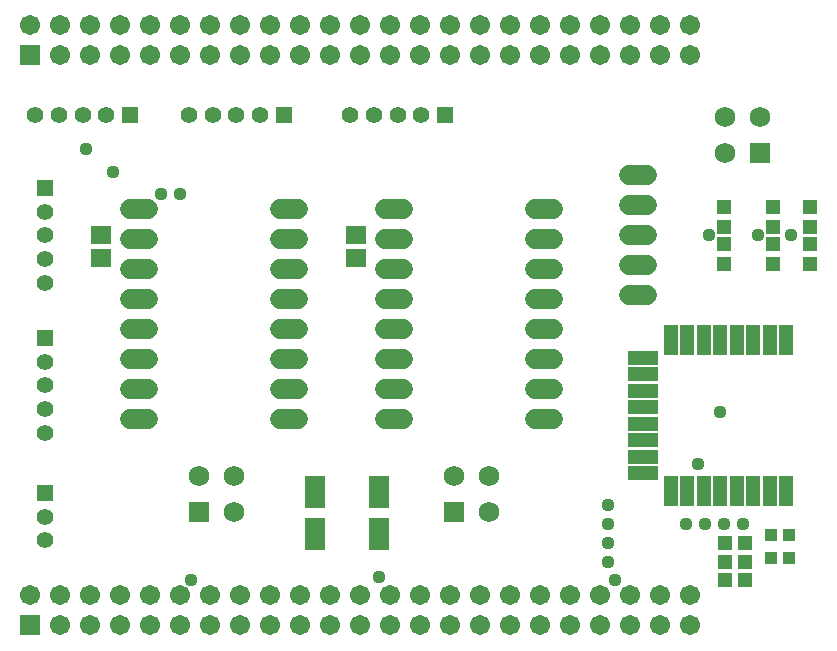
<source format=gts>
G75*
%MOIN*%
%OFA0B0*%
%FSLAX25Y25*%
%IPPOS*%
%LPD*%
%AMOC8*
5,1,8,0,0,1.08239X$1,22.5*
%
%ADD10R,0.04737X0.10446*%
%ADD11R,0.10446X0.04737*%
%ADD12R,0.07099X0.11036*%
%ADD13R,0.06824X0.06824*%
%ADD14C,0.06824*%
%ADD15C,0.06800*%
%ADD16R,0.04737X0.05131*%
%ADD17R,0.03950X0.03950*%
%ADD18R,0.06706X0.06706*%
%ADD19C,0.06706*%
%ADD20R,0.05131X0.04737*%
%ADD21R,0.06706X0.05918*%
%ADD22R,0.05600X0.05600*%
%ADD23C,0.05600*%
%ADD24C,0.04369*%
D10*
X0228504Y0054103D03*
X0234016Y0054103D03*
X0239528Y0054103D03*
X0245039Y0054103D03*
X0250551Y0054103D03*
X0256063Y0054103D03*
X0261575Y0054103D03*
X0267087Y0054103D03*
X0267087Y0104497D03*
X0261575Y0104497D03*
X0256063Y0104497D03*
X0250551Y0104497D03*
X0245039Y0104497D03*
X0239528Y0104497D03*
X0234016Y0104497D03*
X0228504Y0104497D03*
D11*
X0219469Y0098591D03*
X0219469Y0093080D03*
X0219469Y0087568D03*
X0219469Y0082056D03*
X0219469Y0076544D03*
X0219469Y0071032D03*
X0219469Y0065520D03*
X0219469Y0060009D03*
D12*
X0131250Y0053887D03*
X0131250Y0039713D03*
X0110000Y0039713D03*
X0110000Y0053887D03*
D13*
X0071250Y0047144D03*
X0156250Y0047144D03*
X0258406Y0166800D03*
D14*
X0246594Y0166800D03*
X0246594Y0178611D03*
X0258406Y0178611D03*
X0168061Y0058956D03*
X0156250Y0058956D03*
X0168061Y0047144D03*
X0083061Y0047144D03*
X0083061Y0058956D03*
X0071250Y0058956D03*
D15*
X0054250Y0078050D02*
X0048250Y0078050D01*
X0048250Y0088050D02*
X0054250Y0088050D01*
X0054250Y0098050D02*
X0048250Y0098050D01*
X0048250Y0108050D02*
X0054250Y0108050D01*
X0054250Y0118050D02*
X0048250Y0118050D01*
X0048250Y0128050D02*
X0054250Y0128050D01*
X0054250Y0138050D02*
X0048250Y0138050D01*
X0048250Y0148050D02*
X0054250Y0148050D01*
X0098250Y0148050D02*
X0104250Y0148050D01*
X0104250Y0138050D02*
X0098250Y0138050D01*
X0098250Y0128050D02*
X0104250Y0128050D01*
X0104250Y0118050D02*
X0098250Y0118050D01*
X0098250Y0108050D02*
X0104250Y0108050D01*
X0104250Y0098050D02*
X0098250Y0098050D01*
X0098250Y0088050D02*
X0104250Y0088050D01*
X0104250Y0078050D02*
X0098250Y0078050D01*
X0133250Y0078050D02*
X0139250Y0078050D01*
X0139250Y0088050D02*
X0133250Y0088050D01*
X0133250Y0098050D02*
X0139250Y0098050D01*
X0139250Y0108050D02*
X0133250Y0108050D01*
X0133250Y0118050D02*
X0139250Y0118050D01*
X0139250Y0128050D02*
X0133250Y0128050D01*
X0133250Y0138050D02*
X0139250Y0138050D01*
X0139250Y0148050D02*
X0133250Y0148050D01*
X0183250Y0148050D02*
X0189250Y0148050D01*
X0189250Y0138050D02*
X0183250Y0138050D01*
X0183250Y0128050D02*
X0189250Y0128050D01*
X0189250Y0118050D02*
X0183250Y0118050D01*
X0183250Y0108050D02*
X0189250Y0108050D01*
X0189250Y0098050D02*
X0183250Y0098050D01*
X0183250Y0088050D02*
X0189250Y0088050D01*
X0189250Y0078050D02*
X0183250Y0078050D01*
X0214500Y0119300D02*
X0220500Y0119300D01*
X0220500Y0129300D02*
X0214500Y0129300D01*
X0214500Y0139300D02*
X0220500Y0139300D01*
X0220500Y0149300D02*
X0214500Y0149300D01*
X0214500Y0159300D02*
X0220500Y0159300D01*
D16*
X0246654Y0036800D03*
X0253346Y0036800D03*
X0253346Y0030550D03*
X0246654Y0030550D03*
X0246654Y0024300D03*
X0253346Y0024300D03*
D17*
X0262047Y0031800D03*
X0267953Y0031800D03*
X0267953Y0039300D03*
X0262047Y0039300D03*
D18*
X0015000Y0009300D03*
X0015000Y0199300D03*
D19*
X0025000Y0199300D03*
X0035000Y0199300D03*
X0045000Y0199300D03*
X0055000Y0199300D03*
X0065000Y0199300D03*
X0075000Y0199300D03*
X0085000Y0199300D03*
X0095000Y0199300D03*
X0105000Y0199300D03*
X0115000Y0199300D03*
X0125000Y0199300D03*
X0135000Y0199300D03*
X0145000Y0199300D03*
X0155000Y0199300D03*
X0165000Y0199300D03*
X0175000Y0199300D03*
X0185000Y0199300D03*
X0195000Y0199300D03*
X0205000Y0199300D03*
X0215000Y0199300D03*
X0225000Y0199300D03*
X0235000Y0199300D03*
X0235000Y0209300D03*
X0225000Y0209300D03*
X0215000Y0209300D03*
X0205000Y0209300D03*
X0195000Y0209300D03*
X0185000Y0209300D03*
X0175000Y0209300D03*
X0165000Y0209300D03*
X0155000Y0209300D03*
X0145000Y0209300D03*
X0135000Y0209300D03*
X0125000Y0209300D03*
X0115000Y0209300D03*
X0105000Y0209300D03*
X0095000Y0209300D03*
X0085000Y0209300D03*
X0075000Y0209300D03*
X0065000Y0209300D03*
X0055000Y0209300D03*
X0045000Y0209300D03*
X0035000Y0209300D03*
X0025000Y0209300D03*
X0015000Y0209300D03*
X0015000Y0019300D03*
X0025000Y0019300D03*
X0035000Y0019300D03*
X0045000Y0019300D03*
X0055000Y0019300D03*
X0065000Y0019300D03*
X0065000Y0009300D03*
X0055000Y0009300D03*
X0045000Y0009300D03*
X0035000Y0009300D03*
X0025000Y0009300D03*
X0075000Y0009300D03*
X0085000Y0009300D03*
X0095000Y0009300D03*
X0105000Y0009300D03*
X0115000Y0009300D03*
X0115000Y0019300D03*
X0105000Y0019300D03*
X0095000Y0019300D03*
X0085000Y0019300D03*
X0075000Y0019300D03*
X0125000Y0019300D03*
X0135000Y0019300D03*
X0145000Y0019300D03*
X0155000Y0019300D03*
X0165000Y0019300D03*
X0165000Y0009300D03*
X0155000Y0009300D03*
X0145000Y0009300D03*
X0135000Y0009300D03*
X0125000Y0009300D03*
X0175000Y0009300D03*
X0185000Y0009300D03*
X0195000Y0009300D03*
X0205000Y0009300D03*
X0215000Y0009300D03*
X0215000Y0019300D03*
X0205000Y0019300D03*
X0195000Y0019300D03*
X0185000Y0019300D03*
X0175000Y0019300D03*
X0225000Y0019300D03*
X0235000Y0019300D03*
X0235000Y0009300D03*
X0225000Y0009300D03*
D20*
X0246250Y0129704D03*
X0246250Y0136396D03*
X0246250Y0142204D03*
X0246250Y0148896D03*
X0262500Y0148896D03*
X0262500Y0142204D03*
X0262500Y0136396D03*
X0262500Y0129704D03*
X0275000Y0129704D03*
X0275000Y0136396D03*
X0275000Y0142204D03*
X0275000Y0148896D03*
D21*
X0123750Y0139290D03*
X0123750Y0131810D03*
X0038750Y0131810D03*
X0038750Y0139290D03*
D22*
X0020000Y0155048D03*
X0048248Y0179300D03*
X0099498Y0179300D03*
X0153248Y0179300D03*
X0020000Y0105048D03*
X0020000Y0053424D03*
D23*
X0020000Y0045550D03*
X0020000Y0037676D03*
X0020000Y0073552D03*
X0020000Y0081426D03*
X0020000Y0089300D03*
X0020000Y0097174D03*
X0020000Y0123552D03*
X0020000Y0131426D03*
X0020000Y0139300D03*
X0020000Y0147174D03*
X0016752Y0179300D03*
X0024626Y0179300D03*
X0032500Y0179300D03*
X0040374Y0179300D03*
X0068002Y0179300D03*
X0075876Y0179300D03*
X0083750Y0179300D03*
X0091624Y0179300D03*
X0121752Y0179300D03*
X0129626Y0179300D03*
X0137500Y0179300D03*
X0145374Y0179300D03*
D24*
X0065000Y0153050D03*
X0058750Y0153050D03*
X0042500Y0160550D03*
X0033750Y0168050D03*
X0207500Y0049300D03*
X0207500Y0043050D03*
X0207500Y0036800D03*
X0207500Y0030550D03*
X0210000Y0024300D03*
X0233750Y0043050D03*
X0240000Y0043050D03*
X0246250Y0043050D03*
X0252500Y0043050D03*
X0237500Y0063050D03*
X0245000Y0080550D03*
X0241250Y0139300D03*
X0257500Y0139300D03*
X0268750Y0139300D03*
X0131250Y0025550D03*
X0068750Y0024300D03*
M02*

</source>
